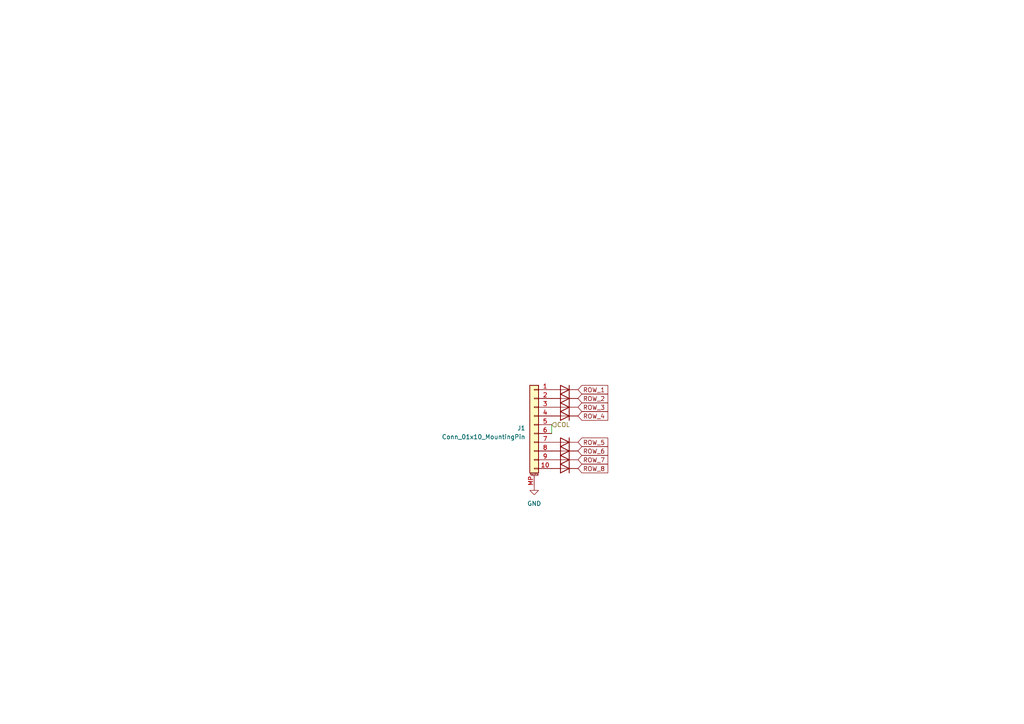
<source format=kicad_sch>
(kicad_sch (version 20230121) (generator eeschema)
  (paper "A4")
  (lib_symbols
    (symbol "Connector_Generic_MountingPin:Conn_01x10_MountingPin" (pin_names (offset 1.016) hide)
      (property "Reference" "J" (at 0 12.7 0))
      (property "Value" "Conn_01x10_MountingPin" (at 1.27 -15.24 0))
      (symbol "Conn_01x10_MountingPin_1_1"
        (rectangle (start -1.27 -12.573) (end 0 -12.827) (stroke (width 0.1524)))
        (rectangle (start -1.27 -10.033) (end 0 -10.287) (stroke (width 0.1524)))
        (rectangle (start -1.27 -7.493) (end 0 -7.747) (stroke (width 0.1524)))
        (rectangle (start -1.27 -4.953) (end 0 -5.207) (stroke (width 0.1524)))
        (rectangle (start -1.27 -2.413) (end 0 -2.667) (stroke (width 0.1524)))
        (rectangle (start -1.27 0.127) (end 0 -0.127) (stroke (width 0.1524)))
        (rectangle (start -1.27 2.667) (end 0 2.413) (stroke (width 0.1524)))
        (rectangle (start -1.27 5.207) (end 0 4.953) (stroke (width 0.1524)))
        (rectangle (start -1.27 7.747) (end 0 7.493) (stroke (width 0.1524)))
        (rectangle (start -1.27 10.287) (end 0 10.033) (stroke (width 0.1524)))
        (rectangle (start -1.27 11.43) (end 1.27 -13.97) (stroke (width 0.254)) (fill (type background)))
        (polyline (pts (xy -1.016 -14.732) (xy 1.016 -14.732)) (stroke (width 0.1524)))
        (text "Mounting" (at 0 -14.351 0) (effects (font (size 0.381 0.381))))
        (pin passive line (at -5.08 10.16 0) (length 3.81) (name "Pin_1") (number "1"))
        (pin passive line (at -5.08 -12.7 0) (length 3.81) (name "Pin_10") (number "10"))
        (pin passive line (at -5.08 7.62 0) (length 3.81) (name "Pin_2") (number "2"))
        (pin passive line (at -5.08 5.08 0) (length 3.81) (name "Pin_3") (number "3"))
        (pin passive line (at -5.08 2.54 0) (length 3.81) (name "Pin_4") (number "4"))
        (pin passive line (at -5.08 0 0) (length 3.81) (name "Pin_5") (number "5"))
        (pin passive line (at -5.08 -2.54 0) (length 3.81) (name "Pin_6") (number "6"))
        (pin passive line (at -5.08 -5.08 0) (length 3.81) (name "Pin_7") (number "7"))
        (pin passive line (at -5.08 -7.62 0) (length 3.81) (name "Pin_8") (number "8"))
        (pin passive line (at -5.08 -10.16 0) (length 3.81) (name "Pin_9") (number "9"))
        (pin passive line (at 0 -17.78 90) (length 3.048) (name "MountPin") (number "MP"))
      )
    )
    (symbol "Diode:1N4148W" (pin_numbers hide) (pin_names hide)
      (property "Reference" "D" (at 0 2.54 0))
      (property "Value" "1N4148W" (at 0 -2.54 0))
      (symbol "1N4148W_0_1"
        (polyline (pts (xy -1.27 1.27) (xy -1.27 -1.27)) (stroke (width 0.254)))
        (polyline (pts (xy 1.27 0) (xy -1.27 0)))
        (polyline (pts (xy 1.27 1.27) (xy 1.27 -1.27) (xy -1.27 0) (xy 1.27 1.27)) (stroke (width 0.254)))
      )
      (symbol "1N4148W_1_1"
        (pin passive line (at -3.81 0 0) (length 2.54) (name "K") (number "1"))
        (pin passive line (at 3.81 0 180) (length 2.54) (name "A") (number "2"))
      )
    )
    (symbol "power:GND" (power) (pin_names (offset 0))
      (property "Value" "GND" (at 0 -3.81 0))
      (symbol "GND_0_1"
        (polyline (pts (xy 0 0) (xy 0 -1.27) (xy 1.27 -1.27) (xy 0 -2.54) (xy -1.27 -1.27) (xy 0 -1.27)))
      )
      (symbol "GND_1_1"
        (pin power_in line (at 0 0 270) (length 0) hide (name "GND") (number "1"))
      )
    )
  )
  (wire (pts (xy 160.02 123.19) (xy 160.02 125.73)))
  (global_label "ROW_4" (shape input) (at 167.64 120.65 0) (property "Intersheetrefs" "${INTERSHEET_REFS}" (effects hide)))
  (global_label "ROW_1" (shape input) (at 167.64 113.03 0) (property "Intersheetrefs" "${INTERSHEET_REFS}" (effects hide)))
  (global_label "ROW_3" (shape input) (at 167.64 118.11 0) (property "Intersheetrefs" "${INTERSHEET_REFS}" (effects hide)))
  (global_label "ROW_7" (shape input) (at 167.64 133.35 0) (property "Intersheetrefs" "${INTERSHEET_REFS}" (effects hide)))
  (global_label "ROW_5" (shape input) (at 167.64 128.27 0) (property "Intersheetrefs" "${INTERSHEET_REFS}" (effects hide)))
  (global_label "ROW_8" (shape input) (at 167.64 135.89 0) (property "Intersheetrefs" "${INTERSHEET_REFS}" (effects hide)))
  (global_label "ROW_6" (shape input) (at 167.64 130.81 0) (property "Intersheetrefs" "${INTERSHEET_REFS}" (effects hide)))
  (global_label "ROW_2" (shape input) (at 167.64 115.57 0) (property "Intersheetrefs" "${INTERSHEET_REFS}" (effects hide)))
  (hierarchical_label "COL" (shape input) (at 160.02 123.19 0))
  (symbol (lib_id "Diode:1N4148W") (at 163.83 135.89 180) (unit 1)
    (property "Reference" "D1" (effects hide))
    (property "Value" "1N4148W" (effects hide))
    (property "Footprint" "Diode_SMD:D_0805_2012Metric" (effects hide))
    (property "Datasheet" "https://www.vishay.com/docs/85748/1n4148w.pdf" (effects hide))
    (property "Sim.Device" "D" (effects hide))
    (property "Sim.Pins" "1=K 2=A" (effects hide))
    (instances (project "centerboard" (path "" (reference "D1") (unit 1)) (path "" (reference "D8") (unit 1)) (path "" (reference "D16") (unit 1)) (path "" (reference "D24") (unit 1)) (path "" (reference "D32") (unit 1)) (path "" (reference "D40") (unit 1)) (path "" (reference "D48") (unit 1))))
  )
  (symbol (lib_id "Diode:1N4148W") (at 163.83 120.65 180) (unit 1)
    (property "Reference" "D1" (effects hide))
    (property "Value" "1N4148W" (effects hide))
    (property "Footprint" "Diode_SMD:D_0805_2012Metric" (effects hide))
    (property "Datasheet" "https://www.vishay.com/docs/85748/1n4148w.pdf" (effects hide))
    (property "Sim.Device" "D" (effects hide))
    (property "Sim.Pins" "1=K 2=A" (effects hide))
    (instances (project "centerboard" (path "" (reference "D1") (unit 1)) (path "" (reference "D4") (unit 1)) (path "" (reference "D12") (unit 1)) (path "" (reference "D20") (unit 1)) (path "" (reference "D28") (unit 1)) (path "" (reference "D36") (unit 1)) (path "" (reference "D44") (unit 1))))
  )
  (symbol (lib_id "Diode:1N4148W") (at 163.83 130.81 180) (unit 1)
    (property "Reference" "D3" (effects hide))
    (property "Value" "1N4148W" (effects hide))
    (property "Footprint" "Diode_SMD:D_0805_2012Metric" (effects hide))
    (property "Datasheet" "https://www.vishay.com/docs/85748/1n4148w.pdf" (effects hide))
    (property "Sim.Device" "D" (effects hide))
    (property "Sim.Pins" "1=K 2=A" (effects hide))
    (instances (project "centerboard" (path "" (reference "D3") (unit 1)) (path "" (reference "D6") (unit 1)) (path "" (reference "D14") (unit 1)) (path "" (reference "D22") (unit 1)) (path "" (reference "D30") (unit 1)) (path "" (reference "D38") (unit 1)) (path "" (reference "D46") (unit 1))))
  )
  (symbol (lib_id "power:GND") (at 154.94 140.97 0) (unit 1)
    (property "Reference" "#PWR011" (effects hide))
    (property "Value" "GND" (at 154.94 146.05 0))
    (instances (project "centerboard" (path "" (reference "#PWR011") (unit 1)) (path "" (reference "#PWR06") (unit 1)) (path "" (reference "#PWR07") (unit 1)) (path "" (reference "#PWR08") (unit 1)) (path "" (reference "#PWR09") (unit 1)) (path "" (reference "#PWR010") (unit 1))))
  )
  (symbol (lib_id "Connector_Generic_MountingPin:Conn_01x10_MountingPin") (at 154.94 123.19 0) (mirror y) (unit 1)
    (property "Reference" "J1" (at 152.4 124.1806 0) (effects (justify left)))
    (property "Value" "Conn_01x10_MountingPin" (at 152.4 126.7206 0) (effects (justify left)))
    (property "Footprint" "Custom:GCT_FFC2A33-10-T-R_REVA" (effects hide))
    (instances (project "centerboard" (path "" (reference "J1") (unit 1)) (path "" (reference "J2") (unit 1)) (path "" (reference "J3") (unit 1)) (path "" (reference "J4") (unit 1)) (path "" (reference "J5") (unit 1)) (path "" (reference "J6") (unit 1))))
  )
  (symbol (lib_id "Diode:1N4148W") (at 163.83 113.03 180) (unit 1)
    (property "Reference" "D4" (effects hide))
    (property "Value" "1N4148W" (effects hide))
    (property "Footprint" "Diode_SMD:D_0805_2012Metric" (effects hide))
    (property "Datasheet" "https://www.vishay.com/docs/85748/1n4148w.pdf" (effects hide))
    (property "Sim.Device" "D" (effects hide))
    (property "Sim.Pins" "1=K 2=A" (effects hide))
    (instances (project "centerboard" (path "" (reference "D4") (unit 1)) (path "" (reference "D1") (unit 1)) (path "" (reference "D9") (unit 1)) (path "" (reference "D17") (unit 1)) (path "" (reference "D25") (unit 1)) (path "" (reference "D33") (unit 1)) (path "" (reference "D41") (unit 1))))
  )
  (symbol (lib_id "Diode:1N4148W") (at 163.83 115.57 180) (unit 1)
    (property "Reference" "D3" (effects hide))
    (property "Value" "1N4148W" (effects hide))
    (property "Footprint" "Diode_SMD:D_0805_2012Metric" (effects hide))
    (property "Datasheet" "https://www.vishay.com/docs/85748/1n4148w.pdf" (effects hide))
    (property "Sim.Device" "D" (effects hide))
    (property "Sim.Pins" "1=K 2=A" (effects hide))
    (instances (project "centerboard" (path "" (reference "D3") (unit 1)) (path "" (reference "D2") (unit 1)) (path "" (reference "D10") (unit 1)) (path "" (reference "D18") (unit 1)) (path "" (reference "D26") (unit 1)) (path "" (reference "D34") (unit 1)) (path "" (reference "D42") (unit 1))))
  )
  (symbol (lib_id "Diode:1N4148W") (at 163.83 133.35 180) (unit 1)
    (property "Reference" "D2" (effects hide))
    (property "Value" "1N4148W" (effects hide))
    (property "Footprint" "Diode_SMD:D_0805_2012Metric" (effects hide))
    (property "Datasheet" "https://www.vishay.com/docs/85748/1n4148w.pdf" (effects hide))
    (property "Sim.Device" "D" (effects hide))
    (property "Sim.Pins" "1=K 2=A" (effects hide))
    (instances (project "centerboard" (path "" (reference "D2") (unit 1)) (path "" (reference "D7") (unit 1)) (path "" (reference "D15") (unit 1)) (path "" (reference "D23") (unit 1)) (path "" (reference "D31") (unit 1)) (path "" (reference "D39") (unit 1)) (path "" (reference "D47") (unit 1))))
  )
  (symbol (lib_id "Diode:1N4148W") (at 163.83 118.11 180) (unit 1)
    (property "Reference" "D2" (effects hide))
    (property "Value" "1N4148W" (effects hide))
    (property "Footprint" "Diode_SMD:D_0805_2012Metric" (effects hide))
    (property "Datasheet" "https://www.vishay.com/docs/85748/1n4148w.pdf" (effects hide))
    (property "Sim.Device" "D" (effects hide))
    (property "Sim.Pins" "1=K 2=A" (effects hide))
    (instances (project "centerboard" (path "" (reference "D2") (unit 1)) (path "" (reference "D3") (unit 1)) (path "" (reference "D11") (unit 1)) (path "" (reference "D19") (unit 1)) (path "" (reference "D27") (unit 1)) (path "" (reference "D35") (unit 1)) (path "" (reference "D43") (unit 1))))
  )
  (symbol (lib_id "Diode:1N4148W") (at 163.83 128.27 180) (unit 1)
    (property "Reference" "D4" (effects hide))
    (property "Value" "1N4148W" (effects hide))
    (property "Footprint" "Diode_SMD:D_0805_2012Metric" (effects hide))
    (property "Datasheet" "https://www.vishay.com/docs/85748/1n4148w.pdf" (effects hide))
    (property "Sim.Device" "D" (effects hide))
    (property "Sim.Pins" "1=K 2=A" (effects hide))
    (instances (project "centerboard" (path "" (reference "D4") (unit 1)) (path "" (reference "D5") (unit 1)) (path "" (reference "D13") (unit 1)) (path "" (reference "D21") (unit 1)) (path "" (reference "D29") (unit 1)) (path "" (reference "D37") (unit 1)) (path "" (reference "D45") (unit 1))))
  )
)
</source>
